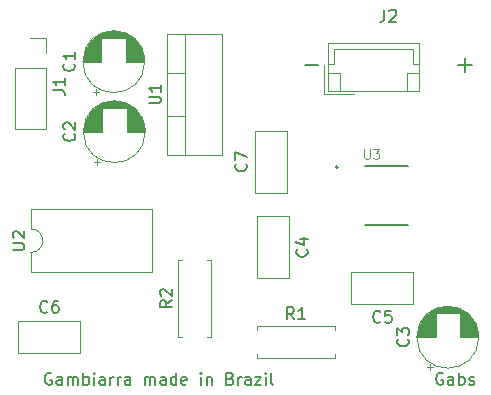
<source format=gbr>
%TF.GenerationSoftware,KiCad,Pcbnew,(5.1.9)-1*%
%TF.CreationDate,2021-03-20T21:05:46-03:00*%
%TF.ProjectId,boto_arm,626f746f-5f61-4726-9d2e-6b696361645f,rev?*%
%TF.SameCoordinates,Original*%
%TF.FileFunction,Legend,Top*%
%TF.FilePolarity,Positive*%
%FSLAX46Y46*%
G04 Gerber Fmt 4.6, Leading zero omitted, Abs format (unit mm)*
G04 Created by KiCad (PCBNEW (5.1.9)-1) date 2021-03-20 21:05:46*
%MOMM*%
%LPD*%
G01*
G04 APERTURE LIST*
%ADD10C,0.150000*%
%ADD11C,0.120000*%
%ADD12C,0.200000*%
%ADD13C,0.127000*%
%ADD14C,0.015000*%
G04 APERTURE END LIST*
D10*
X100102380Y-97050000D02*
X100007142Y-97002380D01*
X99864285Y-97002380D01*
X99721428Y-97050000D01*
X99626190Y-97145238D01*
X99578571Y-97240476D01*
X99530952Y-97430952D01*
X99530952Y-97573809D01*
X99578571Y-97764285D01*
X99626190Y-97859523D01*
X99721428Y-97954761D01*
X99864285Y-98002380D01*
X99959523Y-98002380D01*
X100102380Y-97954761D01*
X100150000Y-97907142D01*
X100150000Y-97573809D01*
X99959523Y-97573809D01*
X101007142Y-98002380D02*
X101007142Y-97478571D01*
X100959523Y-97383333D01*
X100864285Y-97335714D01*
X100673809Y-97335714D01*
X100578571Y-97383333D01*
X101007142Y-97954761D02*
X100911904Y-98002380D01*
X100673809Y-98002380D01*
X100578571Y-97954761D01*
X100530952Y-97859523D01*
X100530952Y-97764285D01*
X100578571Y-97669047D01*
X100673809Y-97621428D01*
X100911904Y-97621428D01*
X101007142Y-97573809D01*
X101483333Y-98002380D02*
X101483333Y-97002380D01*
X101483333Y-97383333D02*
X101578571Y-97335714D01*
X101769047Y-97335714D01*
X101864285Y-97383333D01*
X101911904Y-97430952D01*
X101959523Y-97526190D01*
X101959523Y-97811904D01*
X101911904Y-97907142D01*
X101864285Y-97954761D01*
X101769047Y-98002380D01*
X101578571Y-98002380D01*
X101483333Y-97954761D01*
X102340476Y-97954761D02*
X102435714Y-98002380D01*
X102626190Y-98002380D01*
X102721428Y-97954761D01*
X102769047Y-97859523D01*
X102769047Y-97811904D01*
X102721428Y-97716666D01*
X102626190Y-97669047D01*
X102483333Y-97669047D01*
X102388095Y-97621428D01*
X102340476Y-97526190D01*
X102340476Y-97478571D01*
X102388095Y-97383333D01*
X102483333Y-97335714D01*
X102626190Y-97335714D01*
X102721428Y-97383333D01*
X66968571Y-97050000D02*
X66873333Y-97002380D01*
X66730476Y-97002380D01*
X66587619Y-97050000D01*
X66492380Y-97145238D01*
X66444761Y-97240476D01*
X66397142Y-97430952D01*
X66397142Y-97573809D01*
X66444761Y-97764285D01*
X66492380Y-97859523D01*
X66587619Y-97954761D01*
X66730476Y-98002380D01*
X66825714Y-98002380D01*
X66968571Y-97954761D01*
X67016190Y-97907142D01*
X67016190Y-97573809D01*
X66825714Y-97573809D01*
X67873333Y-98002380D02*
X67873333Y-97478571D01*
X67825714Y-97383333D01*
X67730476Y-97335714D01*
X67540000Y-97335714D01*
X67444761Y-97383333D01*
X67873333Y-97954761D02*
X67778095Y-98002380D01*
X67540000Y-98002380D01*
X67444761Y-97954761D01*
X67397142Y-97859523D01*
X67397142Y-97764285D01*
X67444761Y-97669047D01*
X67540000Y-97621428D01*
X67778095Y-97621428D01*
X67873333Y-97573809D01*
X68349523Y-98002380D02*
X68349523Y-97335714D01*
X68349523Y-97430952D02*
X68397142Y-97383333D01*
X68492380Y-97335714D01*
X68635238Y-97335714D01*
X68730476Y-97383333D01*
X68778095Y-97478571D01*
X68778095Y-98002380D01*
X68778095Y-97478571D02*
X68825714Y-97383333D01*
X68920952Y-97335714D01*
X69063809Y-97335714D01*
X69159047Y-97383333D01*
X69206666Y-97478571D01*
X69206666Y-98002380D01*
X69682857Y-98002380D02*
X69682857Y-97002380D01*
X69682857Y-97383333D02*
X69778095Y-97335714D01*
X69968571Y-97335714D01*
X70063809Y-97383333D01*
X70111428Y-97430952D01*
X70159047Y-97526190D01*
X70159047Y-97811904D01*
X70111428Y-97907142D01*
X70063809Y-97954761D01*
X69968571Y-98002380D01*
X69778095Y-98002380D01*
X69682857Y-97954761D01*
X70587619Y-98002380D02*
X70587619Y-97335714D01*
X70587619Y-97002380D02*
X70540000Y-97050000D01*
X70587619Y-97097619D01*
X70635238Y-97050000D01*
X70587619Y-97002380D01*
X70587619Y-97097619D01*
X71492380Y-98002380D02*
X71492380Y-97478571D01*
X71444761Y-97383333D01*
X71349523Y-97335714D01*
X71159047Y-97335714D01*
X71063809Y-97383333D01*
X71492380Y-97954761D02*
X71397142Y-98002380D01*
X71159047Y-98002380D01*
X71063809Y-97954761D01*
X71016190Y-97859523D01*
X71016190Y-97764285D01*
X71063809Y-97669047D01*
X71159047Y-97621428D01*
X71397142Y-97621428D01*
X71492380Y-97573809D01*
X71968571Y-98002380D02*
X71968571Y-97335714D01*
X71968571Y-97526190D02*
X72016190Y-97430952D01*
X72063809Y-97383333D01*
X72159047Y-97335714D01*
X72254285Y-97335714D01*
X72587619Y-98002380D02*
X72587619Y-97335714D01*
X72587619Y-97526190D02*
X72635238Y-97430952D01*
X72682857Y-97383333D01*
X72778095Y-97335714D01*
X72873333Y-97335714D01*
X73635238Y-98002380D02*
X73635238Y-97478571D01*
X73587619Y-97383333D01*
X73492380Y-97335714D01*
X73301904Y-97335714D01*
X73206666Y-97383333D01*
X73635238Y-97954761D02*
X73540000Y-98002380D01*
X73301904Y-98002380D01*
X73206666Y-97954761D01*
X73159047Y-97859523D01*
X73159047Y-97764285D01*
X73206666Y-97669047D01*
X73301904Y-97621428D01*
X73540000Y-97621428D01*
X73635238Y-97573809D01*
X74873333Y-98002380D02*
X74873333Y-97335714D01*
X74873333Y-97430952D02*
X74920952Y-97383333D01*
X75016190Y-97335714D01*
X75159047Y-97335714D01*
X75254285Y-97383333D01*
X75301904Y-97478571D01*
X75301904Y-98002380D01*
X75301904Y-97478571D02*
X75349523Y-97383333D01*
X75444761Y-97335714D01*
X75587619Y-97335714D01*
X75682857Y-97383333D01*
X75730476Y-97478571D01*
X75730476Y-98002380D01*
X76635238Y-98002380D02*
X76635238Y-97478571D01*
X76587619Y-97383333D01*
X76492380Y-97335714D01*
X76301904Y-97335714D01*
X76206666Y-97383333D01*
X76635238Y-97954761D02*
X76540000Y-98002380D01*
X76301904Y-98002380D01*
X76206666Y-97954761D01*
X76159047Y-97859523D01*
X76159047Y-97764285D01*
X76206666Y-97669047D01*
X76301904Y-97621428D01*
X76540000Y-97621428D01*
X76635238Y-97573809D01*
X77540000Y-98002380D02*
X77540000Y-97002380D01*
X77540000Y-97954761D02*
X77444761Y-98002380D01*
X77254285Y-98002380D01*
X77159047Y-97954761D01*
X77111428Y-97907142D01*
X77063809Y-97811904D01*
X77063809Y-97526190D01*
X77111428Y-97430952D01*
X77159047Y-97383333D01*
X77254285Y-97335714D01*
X77444761Y-97335714D01*
X77540000Y-97383333D01*
X78397142Y-97954761D02*
X78301904Y-98002380D01*
X78111428Y-98002380D01*
X78016190Y-97954761D01*
X77968571Y-97859523D01*
X77968571Y-97478571D01*
X78016190Y-97383333D01*
X78111428Y-97335714D01*
X78301904Y-97335714D01*
X78397142Y-97383333D01*
X78444761Y-97478571D01*
X78444761Y-97573809D01*
X77968571Y-97669047D01*
X79635238Y-98002380D02*
X79635238Y-97335714D01*
X79635238Y-97002380D02*
X79587619Y-97050000D01*
X79635238Y-97097619D01*
X79682857Y-97050000D01*
X79635238Y-97002380D01*
X79635238Y-97097619D01*
X80111428Y-97335714D02*
X80111428Y-98002380D01*
X80111428Y-97430952D02*
X80159047Y-97383333D01*
X80254285Y-97335714D01*
X80397142Y-97335714D01*
X80492380Y-97383333D01*
X80540000Y-97478571D01*
X80540000Y-98002380D01*
X82111428Y-97478571D02*
X82254285Y-97526190D01*
X82301904Y-97573809D01*
X82349523Y-97669047D01*
X82349523Y-97811904D01*
X82301904Y-97907142D01*
X82254285Y-97954761D01*
X82159047Y-98002380D01*
X81778095Y-98002380D01*
X81778095Y-97002380D01*
X82111428Y-97002380D01*
X82206666Y-97050000D01*
X82254285Y-97097619D01*
X82301904Y-97192857D01*
X82301904Y-97288095D01*
X82254285Y-97383333D01*
X82206666Y-97430952D01*
X82111428Y-97478571D01*
X81778095Y-97478571D01*
X82778095Y-98002380D02*
X82778095Y-97335714D01*
X82778095Y-97526190D02*
X82825714Y-97430952D01*
X82873333Y-97383333D01*
X82968571Y-97335714D01*
X83063809Y-97335714D01*
X83825714Y-98002380D02*
X83825714Y-97478571D01*
X83778095Y-97383333D01*
X83682857Y-97335714D01*
X83492380Y-97335714D01*
X83397142Y-97383333D01*
X83825714Y-97954761D02*
X83730476Y-98002380D01*
X83492380Y-98002380D01*
X83397142Y-97954761D01*
X83349523Y-97859523D01*
X83349523Y-97764285D01*
X83397142Y-97669047D01*
X83492380Y-97621428D01*
X83730476Y-97621428D01*
X83825714Y-97573809D01*
X84206666Y-97335714D02*
X84730476Y-97335714D01*
X84206666Y-98002380D01*
X84730476Y-98002380D01*
X85111428Y-98002380D02*
X85111428Y-97335714D01*
X85111428Y-97002380D02*
X85063809Y-97050000D01*
X85111428Y-97097619D01*
X85159047Y-97050000D01*
X85111428Y-97002380D01*
X85111428Y-97097619D01*
X85730476Y-98002380D02*
X85635238Y-97954761D01*
X85587619Y-97859523D01*
X85587619Y-97002380D01*
D11*
%TO.C,J2*%
X90380000Y-69110000D02*
X90380000Y-73130000D01*
X90380000Y-73130000D02*
X98100000Y-73130000D01*
X98100000Y-73130000D02*
X98100000Y-69110000D01*
X98100000Y-69110000D02*
X90380000Y-69110000D01*
X90380000Y-70820000D02*
X90880000Y-70820000D01*
X90880000Y-70820000D02*
X90880000Y-69610000D01*
X90880000Y-69610000D02*
X97600000Y-69610000D01*
X97600000Y-69610000D02*
X97600000Y-70820000D01*
X97600000Y-70820000D02*
X98100000Y-70820000D01*
X90380000Y-71630000D02*
X91380000Y-71630000D01*
X91380000Y-71630000D02*
X91380000Y-73130000D01*
X98100000Y-71630000D02*
X97100000Y-71630000D01*
X97100000Y-71630000D02*
X97100000Y-73130000D01*
X90080000Y-70930000D02*
X90080000Y-73430000D01*
X90080000Y-73430000D02*
X92580000Y-73430000D01*
%TO.C,C1*%
X74870000Y-70650000D02*
G75*
G03*
X74870000Y-70650000I-2620000J0D01*
G01*
X73290000Y-70650000D02*
X74830000Y-70650000D01*
X69670000Y-70650000D02*
X71210000Y-70650000D01*
X73290000Y-70610000D02*
X74830000Y-70610000D01*
X69670000Y-70610000D02*
X71210000Y-70610000D01*
X69671000Y-70570000D02*
X71210000Y-70570000D01*
X73290000Y-70570000D02*
X74829000Y-70570000D01*
X69672000Y-70530000D02*
X71210000Y-70530000D01*
X73290000Y-70530000D02*
X74828000Y-70530000D01*
X69674000Y-70490000D02*
X71210000Y-70490000D01*
X73290000Y-70490000D02*
X74826000Y-70490000D01*
X69677000Y-70450000D02*
X71210000Y-70450000D01*
X73290000Y-70450000D02*
X74823000Y-70450000D01*
X69681000Y-70410000D02*
X71210000Y-70410000D01*
X73290000Y-70410000D02*
X74819000Y-70410000D01*
X69685000Y-70370000D02*
X71210000Y-70370000D01*
X73290000Y-70370000D02*
X74815000Y-70370000D01*
X69689000Y-70330000D02*
X71210000Y-70330000D01*
X73290000Y-70330000D02*
X74811000Y-70330000D01*
X69694000Y-70290000D02*
X71210000Y-70290000D01*
X73290000Y-70290000D02*
X74806000Y-70290000D01*
X69700000Y-70250000D02*
X71210000Y-70250000D01*
X73290000Y-70250000D02*
X74800000Y-70250000D01*
X69707000Y-70210000D02*
X71210000Y-70210000D01*
X73290000Y-70210000D02*
X74793000Y-70210000D01*
X69714000Y-70170000D02*
X71210000Y-70170000D01*
X73290000Y-70170000D02*
X74786000Y-70170000D01*
X69722000Y-70130000D02*
X71210000Y-70130000D01*
X73290000Y-70130000D02*
X74778000Y-70130000D01*
X69730000Y-70090000D02*
X71210000Y-70090000D01*
X73290000Y-70090000D02*
X74770000Y-70090000D01*
X69739000Y-70050000D02*
X71210000Y-70050000D01*
X73290000Y-70050000D02*
X74761000Y-70050000D01*
X69749000Y-70010000D02*
X71210000Y-70010000D01*
X73290000Y-70010000D02*
X74751000Y-70010000D01*
X69759000Y-69970000D02*
X71210000Y-69970000D01*
X73290000Y-69970000D02*
X74741000Y-69970000D01*
X69770000Y-69929000D02*
X71210000Y-69929000D01*
X73290000Y-69929000D02*
X74730000Y-69929000D01*
X69782000Y-69889000D02*
X71210000Y-69889000D01*
X73290000Y-69889000D02*
X74718000Y-69889000D01*
X69795000Y-69849000D02*
X71210000Y-69849000D01*
X73290000Y-69849000D02*
X74705000Y-69849000D01*
X69808000Y-69809000D02*
X71210000Y-69809000D01*
X73290000Y-69809000D02*
X74692000Y-69809000D01*
X69822000Y-69769000D02*
X71210000Y-69769000D01*
X73290000Y-69769000D02*
X74678000Y-69769000D01*
X69836000Y-69729000D02*
X71210000Y-69729000D01*
X73290000Y-69729000D02*
X74664000Y-69729000D01*
X69852000Y-69689000D02*
X71210000Y-69689000D01*
X73290000Y-69689000D02*
X74648000Y-69689000D01*
X69868000Y-69649000D02*
X71210000Y-69649000D01*
X73290000Y-69649000D02*
X74632000Y-69649000D01*
X69885000Y-69609000D02*
X71210000Y-69609000D01*
X73290000Y-69609000D02*
X74615000Y-69609000D01*
X69902000Y-69569000D02*
X71210000Y-69569000D01*
X73290000Y-69569000D02*
X74598000Y-69569000D01*
X69921000Y-69529000D02*
X71210000Y-69529000D01*
X73290000Y-69529000D02*
X74579000Y-69529000D01*
X69940000Y-69489000D02*
X71210000Y-69489000D01*
X73290000Y-69489000D02*
X74560000Y-69489000D01*
X69960000Y-69449000D02*
X71210000Y-69449000D01*
X73290000Y-69449000D02*
X74540000Y-69449000D01*
X69982000Y-69409000D02*
X71210000Y-69409000D01*
X73290000Y-69409000D02*
X74518000Y-69409000D01*
X70003000Y-69369000D02*
X71210000Y-69369000D01*
X73290000Y-69369000D02*
X74497000Y-69369000D01*
X70026000Y-69329000D02*
X71210000Y-69329000D01*
X73290000Y-69329000D02*
X74474000Y-69329000D01*
X70050000Y-69289000D02*
X71210000Y-69289000D01*
X73290000Y-69289000D02*
X74450000Y-69289000D01*
X70075000Y-69249000D02*
X71210000Y-69249000D01*
X73290000Y-69249000D02*
X74425000Y-69249000D01*
X70101000Y-69209000D02*
X71210000Y-69209000D01*
X73290000Y-69209000D02*
X74399000Y-69209000D01*
X70128000Y-69169000D02*
X71210000Y-69169000D01*
X73290000Y-69169000D02*
X74372000Y-69169000D01*
X70155000Y-69129000D02*
X71210000Y-69129000D01*
X73290000Y-69129000D02*
X74345000Y-69129000D01*
X70185000Y-69089000D02*
X71210000Y-69089000D01*
X73290000Y-69089000D02*
X74315000Y-69089000D01*
X70215000Y-69049000D02*
X71210000Y-69049000D01*
X73290000Y-69049000D02*
X74285000Y-69049000D01*
X70246000Y-69009000D02*
X71210000Y-69009000D01*
X73290000Y-69009000D02*
X74254000Y-69009000D01*
X70279000Y-68969000D02*
X71210000Y-68969000D01*
X73290000Y-68969000D02*
X74221000Y-68969000D01*
X70313000Y-68929000D02*
X71210000Y-68929000D01*
X73290000Y-68929000D02*
X74187000Y-68929000D01*
X70349000Y-68889000D02*
X71210000Y-68889000D01*
X73290000Y-68889000D02*
X74151000Y-68889000D01*
X70386000Y-68849000D02*
X71210000Y-68849000D01*
X73290000Y-68849000D02*
X74114000Y-68849000D01*
X70424000Y-68809000D02*
X71210000Y-68809000D01*
X73290000Y-68809000D02*
X74076000Y-68809000D01*
X70465000Y-68769000D02*
X71210000Y-68769000D01*
X73290000Y-68769000D02*
X74035000Y-68769000D01*
X70507000Y-68729000D02*
X71210000Y-68729000D01*
X73290000Y-68729000D02*
X73993000Y-68729000D01*
X70551000Y-68689000D02*
X71210000Y-68689000D01*
X73290000Y-68689000D02*
X73949000Y-68689000D01*
X70597000Y-68649000D02*
X71210000Y-68649000D01*
X73290000Y-68649000D02*
X73903000Y-68649000D01*
X70645000Y-68609000D02*
X73855000Y-68609000D01*
X70696000Y-68569000D02*
X73804000Y-68569000D01*
X70750000Y-68529000D02*
X73750000Y-68529000D01*
X70807000Y-68489000D02*
X73693000Y-68489000D01*
X70867000Y-68449000D02*
X73633000Y-68449000D01*
X70931000Y-68409000D02*
X73569000Y-68409000D01*
X70999000Y-68369000D02*
X73501000Y-68369000D01*
X71072000Y-68329000D02*
X73428000Y-68329000D01*
X71152000Y-68289000D02*
X73348000Y-68289000D01*
X71239000Y-68249000D02*
X73261000Y-68249000D01*
X71335000Y-68209000D02*
X73165000Y-68209000D01*
X71445000Y-68169000D02*
X73055000Y-68169000D01*
X71573000Y-68129000D02*
X72927000Y-68129000D01*
X71732000Y-68089000D02*
X72768000Y-68089000D01*
X71966000Y-68049000D02*
X72534000Y-68049000D01*
X70775000Y-73454775D02*
X70775000Y-72954775D01*
X70525000Y-73204775D02*
X71025000Y-73204775D01*
%TO.C,C2*%
X70565000Y-79134775D02*
X71065000Y-79134775D01*
X70815000Y-79384775D02*
X70815000Y-78884775D01*
X72006000Y-73979000D02*
X72574000Y-73979000D01*
X71772000Y-74019000D02*
X72808000Y-74019000D01*
X71613000Y-74059000D02*
X72967000Y-74059000D01*
X71485000Y-74099000D02*
X73095000Y-74099000D01*
X71375000Y-74139000D02*
X73205000Y-74139000D01*
X71279000Y-74179000D02*
X73301000Y-74179000D01*
X71192000Y-74219000D02*
X73388000Y-74219000D01*
X71112000Y-74259000D02*
X73468000Y-74259000D01*
X71039000Y-74299000D02*
X73541000Y-74299000D01*
X70971000Y-74339000D02*
X73609000Y-74339000D01*
X70907000Y-74379000D02*
X73673000Y-74379000D01*
X70847000Y-74419000D02*
X73733000Y-74419000D01*
X70790000Y-74459000D02*
X73790000Y-74459000D01*
X70736000Y-74499000D02*
X73844000Y-74499000D01*
X70685000Y-74539000D02*
X73895000Y-74539000D01*
X73330000Y-74579000D02*
X73943000Y-74579000D01*
X70637000Y-74579000D02*
X71250000Y-74579000D01*
X73330000Y-74619000D02*
X73989000Y-74619000D01*
X70591000Y-74619000D02*
X71250000Y-74619000D01*
X73330000Y-74659000D02*
X74033000Y-74659000D01*
X70547000Y-74659000D02*
X71250000Y-74659000D01*
X73330000Y-74699000D02*
X74075000Y-74699000D01*
X70505000Y-74699000D02*
X71250000Y-74699000D01*
X73330000Y-74739000D02*
X74116000Y-74739000D01*
X70464000Y-74739000D02*
X71250000Y-74739000D01*
X73330000Y-74779000D02*
X74154000Y-74779000D01*
X70426000Y-74779000D02*
X71250000Y-74779000D01*
X73330000Y-74819000D02*
X74191000Y-74819000D01*
X70389000Y-74819000D02*
X71250000Y-74819000D01*
X73330000Y-74859000D02*
X74227000Y-74859000D01*
X70353000Y-74859000D02*
X71250000Y-74859000D01*
X73330000Y-74899000D02*
X74261000Y-74899000D01*
X70319000Y-74899000D02*
X71250000Y-74899000D01*
X73330000Y-74939000D02*
X74294000Y-74939000D01*
X70286000Y-74939000D02*
X71250000Y-74939000D01*
X73330000Y-74979000D02*
X74325000Y-74979000D01*
X70255000Y-74979000D02*
X71250000Y-74979000D01*
X73330000Y-75019000D02*
X74355000Y-75019000D01*
X70225000Y-75019000D02*
X71250000Y-75019000D01*
X73330000Y-75059000D02*
X74385000Y-75059000D01*
X70195000Y-75059000D02*
X71250000Y-75059000D01*
X73330000Y-75099000D02*
X74412000Y-75099000D01*
X70168000Y-75099000D02*
X71250000Y-75099000D01*
X73330000Y-75139000D02*
X74439000Y-75139000D01*
X70141000Y-75139000D02*
X71250000Y-75139000D01*
X73330000Y-75179000D02*
X74465000Y-75179000D01*
X70115000Y-75179000D02*
X71250000Y-75179000D01*
X73330000Y-75219000D02*
X74490000Y-75219000D01*
X70090000Y-75219000D02*
X71250000Y-75219000D01*
X73330000Y-75259000D02*
X74514000Y-75259000D01*
X70066000Y-75259000D02*
X71250000Y-75259000D01*
X73330000Y-75299000D02*
X74537000Y-75299000D01*
X70043000Y-75299000D02*
X71250000Y-75299000D01*
X73330000Y-75339000D02*
X74558000Y-75339000D01*
X70022000Y-75339000D02*
X71250000Y-75339000D01*
X73330000Y-75379000D02*
X74580000Y-75379000D01*
X70000000Y-75379000D02*
X71250000Y-75379000D01*
X73330000Y-75419000D02*
X74600000Y-75419000D01*
X69980000Y-75419000D02*
X71250000Y-75419000D01*
X73330000Y-75459000D02*
X74619000Y-75459000D01*
X69961000Y-75459000D02*
X71250000Y-75459000D01*
X73330000Y-75499000D02*
X74638000Y-75499000D01*
X69942000Y-75499000D02*
X71250000Y-75499000D01*
X73330000Y-75539000D02*
X74655000Y-75539000D01*
X69925000Y-75539000D02*
X71250000Y-75539000D01*
X73330000Y-75579000D02*
X74672000Y-75579000D01*
X69908000Y-75579000D02*
X71250000Y-75579000D01*
X73330000Y-75619000D02*
X74688000Y-75619000D01*
X69892000Y-75619000D02*
X71250000Y-75619000D01*
X73330000Y-75659000D02*
X74704000Y-75659000D01*
X69876000Y-75659000D02*
X71250000Y-75659000D01*
X73330000Y-75699000D02*
X74718000Y-75699000D01*
X69862000Y-75699000D02*
X71250000Y-75699000D01*
X73330000Y-75739000D02*
X74732000Y-75739000D01*
X69848000Y-75739000D02*
X71250000Y-75739000D01*
X73330000Y-75779000D02*
X74745000Y-75779000D01*
X69835000Y-75779000D02*
X71250000Y-75779000D01*
X73330000Y-75819000D02*
X74758000Y-75819000D01*
X69822000Y-75819000D02*
X71250000Y-75819000D01*
X73330000Y-75859000D02*
X74770000Y-75859000D01*
X69810000Y-75859000D02*
X71250000Y-75859000D01*
X73330000Y-75900000D02*
X74781000Y-75900000D01*
X69799000Y-75900000D02*
X71250000Y-75900000D01*
X73330000Y-75940000D02*
X74791000Y-75940000D01*
X69789000Y-75940000D02*
X71250000Y-75940000D01*
X73330000Y-75980000D02*
X74801000Y-75980000D01*
X69779000Y-75980000D02*
X71250000Y-75980000D01*
X73330000Y-76020000D02*
X74810000Y-76020000D01*
X69770000Y-76020000D02*
X71250000Y-76020000D01*
X73330000Y-76060000D02*
X74818000Y-76060000D01*
X69762000Y-76060000D02*
X71250000Y-76060000D01*
X73330000Y-76100000D02*
X74826000Y-76100000D01*
X69754000Y-76100000D02*
X71250000Y-76100000D01*
X73330000Y-76140000D02*
X74833000Y-76140000D01*
X69747000Y-76140000D02*
X71250000Y-76140000D01*
X73330000Y-76180000D02*
X74840000Y-76180000D01*
X69740000Y-76180000D02*
X71250000Y-76180000D01*
X73330000Y-76220000D02*
X74846000Y-76220000D01*
X69734000Y-76220000D02*
X71250000Y-76220000D01*
X73330000Y-76260000D02*
X74851000Y-76260000D01*
X69729000Y-76260000D02*
X71250000Y-76260000D01*
X73330000Y-76300000D02*
X74855000Y-76300000D01*
X69725000Y-76300000D02*
X71250000Y-76300000D01*
X73330000Y-76340000D02*
X74859000Y-76340000D01*
X69721000Y-76340000D02*
X71250000Y-76340000D01*
X73330000Y-76380000D02*
X74863000Y-76380000D01*
X69717000Y-76380000D02*
X71250000Y-76380000D01*
X73330000Y-76420000D02*
X74866000Y-76420000D01*
X69714000Y-76420000D02*
X71250000Y-76420000D01*
X73330000Y-76460000D02*
X74868000Y-76460000D01*
X69712000Y-76460000D02*
X71250000Y-76460000D01*
X73330000Y-76500000D02*
X74869000Y-76500000D01*
X69711000Y-76500000D02*
X71250000Y-76500000D01*
X69710000Y-76540000D02*
X71250000Y-76540000D01*
X73330000Y-76540000D02*
X74870000Y-76540000D01*
X69710000Y-76580000D02*
X71250000Y-76580000D01*
X73330000Y-76580000D02*
X74870000Y-76580000D01*
X74910000Y-76580000D02*
G75*
G03*
X74910000Y-76580000I-2620000J0D01*
G01*
%TO.C,C3*%
X103150000Y-93980000D02*
G75*
G03*
X103150000Y-93980000I-2620000J0D01*
G01*
X101570000Y-93980000D02*
X103110000Y-93980000D01*
X97950000Y-93980000D02*
X99490000Y-93980000D01*
X101570000Y-93940000D02*
X103110000Y-93940000D01*
X97950000Y-93940000D02*
X99490000Y-93940000D01*
X97951000Y-93900000D02*
X99490000Y-93900000D01*
X101570000Y-93900000D02*
X103109000Y-93900000D01*
X97952000Y-93860000D02*
X99490000Y-93860000D01*
X101570000Y-93860000D02*
X103108000Y-93860000D01*
X97954000Y-93820000D02*
X99490000Y-93820000D01*
X101570000Y-93820000D02*
X103106000Y-93820000D01*
X97957000Y-93780000D02*
X99490000Y-93780000D01*
X101570000Y-93780000D02*
X103103000Y-93780000D01*
X97961000Y-93740000D02*
X99490000Y-93740000D01*
X101570000Y-93740000D02*
X103099000Y-93740000D01*
X97965000Y-93700000D02*
X99490000Y-93700000D01*
X101570000Y-93700000D02*
X103095000Y-93700000D01*
X97969000Y-93660000D02*
X99490000Y-93660000D01*
X101570000Y-93660000D02*
X103091000Y-93660000D01*
X97974000Y-93620000D02*
X99490000Y-93620000D01*
X101570000Y-93620000D02*
X103086000Y-93620000D01*
X97980000Y-93580000D02*
X99490000Y-93580000D01*
X101570000Y-93580000D02*
X103080000Y-93580000D01*
X97987000Y-93540000D02*
X99490000Y-93540000D01*
X101570000Y-93540000D02*
X103073000Y-93540000D01*
X97994000Y-93500000D02*
X99490000Y-93500000D01*
X101570000Y-93500000D02*
X103066000Y-93500000D01*
X98002000Y-93460000D02*
X99490000Y-93460000D01*
X101570000Y-93460000D02*
X103058000Y-93460000D01*
X98010000Y-93420000D02*
X99490000Y-93420000D01*
X101570000Y-93420000D02*
X103050000Y-93420000D01*
X98019000Y-93380000D02*
X99490000Y-93380000D01*
X101570000Y-93380000D02*
X103041000Y-93380000D01*
X98029000Y-93340000D02*
X99490000Y-93340000D01*
X101570000Y-93340000D02*
X103031000Y-93340000D01*
X98039000Y-93300000D02*
X99490000Y-93300000D01*
X101570000Y-93300000D02*
X103021000Y-93300000D01*
X98050000Y-93259000D02*
X99490000Y-93259000D01*
X101570000Y-93259000D02*
X103010000Y-93259000D01*
X98062000Y-93219000D02*
X99490000Y-93219000D01*
X101570000Y-93219000D02*
X102998000Y-93219000D01*
X98075000Y-93179000D02*
X99490000Y-93179000D01*
X101570000Y-93179000D02*
X102985000Y-93179000D01*
X98088000Y-93139000D02*
X99490000Y-93139000D01*
X101570000Y-93139000D02*
X102972000Y-93139000D01*
X98102000Y-93099000D02*
X99490000Y-93099000D01*
X101570000Y-93099000D02*
X102958000Y-93099000D01*
X98116000Y-93059000D02*
X99490000Y-93059000D01*
X101570000Y-93059000D02*
X102944000Y-93059000D01*
X98132000Y-93019000D02*
X99490000Y-93019000D01*
X101570000Y-93019000D02*
X102928000Y-93019000D01*
X98148000Y-92979000D02*
X99490000Y-92979000D01*
X101570000Y-92979000D02*
X102912000Y-92979000D01*
X98165000Y-92939000D02*
X99490000Y-92939000D01*
X101570000Y-92939000D02*
X102895000Y-92939000D01*
X98182000Y-92899000D02*
X99490000Y-92899000D01*
X101570000Y-92899000D02*
X102878000Y-92899000D01*
X98201000Y-92859000D02*
X99490000Y-92859000D01*
X101570000Y-92859000D02*
X102859000Y-92859000D01*
X98220000Y-92819000D02*
X99490000Y-92819000D01*
X101570000Y-92819000D02*
X102840000Y-92819000D01*
X98240000Y-92779000D02*
X99490000Y-92779000D01*
X101570000Y-92779000D02*
X102820000Y-92779000D01*
X98262000Y-92739000D02*
X99490000Y-92739000D01*
X101570000Y-92739000D02*
X102798000Y-92739000D01*
X98283000Y-92699000D02*
X99490000Y-92699000D01*
X101570000Y-92699000D02*
X102777000Y-92699000D01*
X98306000Y-92659000D02*
X99490000Y-92659000D01*
X101570000Y-92659000D02*
X102754000Y-92659000D01*
X98330000Y-92619000D02*
X99490000Y-92619000D01*
X101570000Y-92619000D02*
X102730000Y-92619000D01*
X98355000Y-92579000D02*
X99490000Y-92579000D01*
X101570000Y-92579000D02*
X102705000Y-92579000D01*
X98381000Y-92539000D02*
X99490000Y-92539000D01*
X101570000Y-92539000D02*
X102679000Y-92539000D01*
X98408000Y-92499000D02*
X99490000Y-92499000D01*
X101570000Y-92499000D02*
X102652000Y-92499000D01*
X98435000Y-92459000D02*
X99490000Y-92459000D01*
X101570000Y-92459000D02*
X102625000Y-92459000D01*
X98465000Y-92419000D02*
X99490000Y-92419000D01*
X101570000Y-92419000D02*
X102595000Y-92419000D01*
X98495000Y-92379000D02*
X99490000Y-92379000D01*
X101570000Y-92379000D02*
X102565000Y-92379000D01*
X98526000Y-92339000D02*
X99490000Y-92339000D01*
X101570000Y-92339000D02*
X102534000Y-92339000D01*
X98559000Y-92299000D02*
X99490000Y-92299000D01*
X101570000Y-92299000D02*
X102501000Y-92299000D01*
X98593000Y-92259000D02*
X99490000Y-92259000D01*
X101570000Y-92259000D02*
X102467000Y-92259000D01*
X98629000Y-92219000D02*
X99490000Y-92219000D01*
X101570000Y-92219000D02*
X102431000Y-92219000D01*
X98666000Y-92179000D02*
X99490000Y-92179000D01*
X101570000Y-92179000D02*
X102394000Y-92179000D01*
X98704000Y-92139000D02*
X99490000Y-92139000D01*
X101570000Y-92139000D02*
X102356000Y-92139000D01*
X98745000Y-92099000D02*
X99490000Y-92099000D01*
X101570000Y-92099000D02*
X102315000Y-92099000D01*
X98787000Y-92059000D02*
X99490000Y-92059000D01*
X101570000Y-92059000D02*
X102273000Y-92059000D01*
X98831000Y-92019000D02*
X99490000Y-92019000D01*
X101570000Y-92019000D02*
X102229000Y-92019000D01*
X98877000Y-91979000D02*
X99490000Y-91979000D01*
X101570000Y-91979000D02*
X102183000Y-91979000D01*
X98925000Y-91939000D02*
X102135000Y-91939000D01*
X98976000Y-91899000D02*
X102084000Y-91899000D01*
X99030000Y-91859000D02*
X102030000Y-91859000D01*
X99087000Y-91819000D02*
X101973000Y-91819000D01*
X99147000Y-91779000D02*
X101913000Y-91779000D01*
X99211000Y-91739000D02*
X101849000Y-91739000D01*
X99279000Y-91699000D02*
X101781000Y-91699000D01*
X99352000Y-91659000D02*
X101708000Y-91659000D01*
X99432000Y-91619000D02*
X101628000Y-91619000D01*
X99519000Y-91579000D02*
X101541000Y-91579000D01*
X99615000Y-91539000D02*
X101445000Y-91539000D01*
X99725000Y-91499000D02*
X101335000Y-91499000D01*
X99853000Y-91459000D02*
X101207000Y-91459000D01*
X100012000Y-91419000D02*
X101048000Y-91419000D01*
X100246000Y-91379000D02*
X100814000Y-91379000D01*
X99055000Y-96784775D02*
X99055000Y-96284775D01*
X98805000Y-96534775D02*
X99305000Y-96534775D01*
%TO.C,C4*%
X87100000Y-88990000D02*
X84360000Y-88990000D01*
X87100000Y-83750000D02*
X84360000Y-83750000D01*
X84360000Y-83750000D02*
X84360000Y-88990000D01*
X87100000Y-83750000D02*
X87100000Y-88990000D01*
%TO.C,C5*%
X97610000Y-91170000D02*
X92370000Y-91170000D01*
X97610000Y-88430000D02*
X92370000Y-88430000D01*
X97610000Y-91170000D02*
X97610000Y-88430000D01*
X92370000Y-91170000D02*
X92370000Y-88430000D01*
%TO.C,C6*%
X69420000Y-92580000D02*
X69420000Y-95320000D01*
X64180000Y-92580000D02*
X64180000Y-95320000D01*
X64180000Y-95320000D02*
X69420000Y-95320000D01*
X64180000Y-92580000D02*
X69420000Y-92580000D01*
%TO.C,C7*%
X84190000Y-81750000D02*
X84190000Y-76510000D01*
X86930000Y-81750000D02*
X86930000Y-76510000D01*
X84190000Y-81750000D02*
X86930000Y-81750000D01*
X84190000Y-76510000D02*
X86930000Y-76510000D01*
%TO.C,J1*%
X63850000Y-71230000D02*
X66510000Y-71230000D01*
X63850000Y-71230000D02*
X63850000Y-76370000D01*
X63850000Y-76370000D02*
X66510000Y-76370000D01*
X66510000Y-71230000D02*
X66510000Y-76370000D01*
X66510000Y-68630000D02*
X66510000Y-69960000D01*
X65180000Y-68630000D02*
X66510000Y-68630000D01*
%TO.C,R1*%
X84400000Y-93330000D02*
X84400000Y-93000000D01*
X84400000Y-93000000D02*
X90940000Y-93000000D01*
X90940000Y-93000000D02*
X90940000Y-93330000D01*
X84400000Y-95410000D02*
X84400000Y-95740000D01*
X84400000Y-95740000D02*
X90940000Y-95740000D01*
X90940000Y-95740000D02*
X90940000Y-95410000D01*
%TO.C,R2*%
X80450000Y-87420000D02*
X80120000Y-87420000D01*
X80450000Y-93960000D02*
X80450000Y-87420000D01*
X80120000Y-93960000D02*
X80450000Y-93960000D01*
X77710000Y-87420000D02*
X78040000Y-87420000D01*
X77710000Y-93960000D02*
X77710000Y-87420000D01*
X78040000Y-93960000D02*
X77710000Y-93960000D01*
%TO.C,U1*%
X76760000Y-78550000D02*
X76760000Y-68310000D01*
X81401000Y-78550000D02*
X81401000Y-68310000D01*
X76760000Y-78550000D02*
X81401000Y-78550000D01*
X76760000Y-68310000D02*
X81401000Y-68310000D01*
X78270000Y-78550000D02*
X78270000Y-68310000D01*
X76760000Y-75280000D02*
X78270000Y-75280000D01*
X76760000Y-71579000D02*
X78270000Y-71579000D01*
%TO.C,U2*%
X65230000Y-86810000D02*
X65230000Y-88460000D01*
X65230000Y-88460000D02*
X75510000Y-88460000D01*
X75510000Y-88460000D02*
X75510000Y-83160000D01*
X75510000Y-83160000D02*
X65230000Y-83160000D01*
X65230000Y-83160000D02*
X65230000Y-84810000D01*
X65230000Y-84810000D02*
G75*
G02*
X65230000Y-86810000I0J-1000000D01*
G01*
D12*
%TO.C,U3*%
X91240000Y-79590000D02*
G75*
G03*
X91240000Y-79590000I-100000J0D01*
G01*
D13*
X93510000Y-79490000D02*
X97170000Y-79490000D01*
X93510000Y-84490000D02*
X97170000Y-84490000D01*
%TO.C,J2*%
D10*
X95156666Y-66272380D02*
X95156666Y-66986666D01*
X95109047Y-67129523D01*
X95013809Y-67224761D01*
X94870952Y-67272380D01*
X94775714Y-67272380D01*
X95585238Y-66367619D02*
X95632857Y-66320000D01*
X95728095Y-66272380D01*
X95966190Y-66272380D01*
X96061428Y-66320000D01*
X96109047Y-66367619D01*
X96156666Y-66462857D01*
X96156666Y-66558095D01*
X96109047Y-66700952D01*
X95537619Y-67272380D01*
X96156666Y-67272380D01*
X88418571Y-70927142D02*
X89561428Y-70927142D01*
X101418571Y-70927142D02*
X102561428Y-70927142D01*
X101990000Y-71498571D02*
X101990000Y-70355714D01*
%TO.C,C1*%
X68857142Y-70816666D02*
X68904761Y-70864285D01*
X68952380Y-71007142D01*
X68952380Y-71102380D01*
X68904761Y-71245238D01*
X68809523Y-71340476D01*
X68714285Y-71388095D01*
X68523809Y-71435714D01*
X68380952Y-71435714D01*
X68190476Y-71388095D01*
X68095238Y-71340476D01*
X68000000Y-71245238D01*
X67952380Y-71102380D01*
X67952380Y-71007142D01*
X68000000Y-70864285D01*
X68047619Y-70816666D01*
X68952380Y-69864285D02*
X68952380Y-70435714D01*
X68952380Y-70150000D02*
X67952380Y-70150000D01*
X68095238Y-70245238D01*
X68190476Y-70340476D01*
X68238095Y-70435714D01*
%TO.C,C2*%
X68897142Y-76746666D02*
X68944761Y-76794285D01*
X68992380Y-76937142D01*
X68992380Y-77032380D01*
X68944761Y-77175238D01*
X68849523Y-77270476D01*
X68754285Y-77318095D01*
X68563809Y-77365714D01*
X68420952Y-77365714D01*
X68230476Y-77318095D01*
X68135238Y-77270476D01*
X68040000Y-77175238D01*
X67992380Y-77032380D01*
X67992380Y-76937142D01*
X68040000Y-76794285D01*
X68087619Y-76746666D01*
X68087619Y-76365714D02*
X68040000Y-76318095D01*
X67992380Y-76222857D01*
X67992380Y-75984761D01*
X68040000Y-75889523D01*
X68087619Y-75841904D01*
X68182857Y-75794285D01*
X68278095Y-75794285D01*
X68420952Y-75841904D01*
X68992380Y-76413333D01*
X68992380Y-75794285D01*
%TO.C,C3*%
X97137142Y-94146666D02*
X97184761Y-94194285D01*
X97232380Y-94337142D01*
X97232380Y-94432380D01*
X97184761Y-94575238D01*
X97089523Y-94670476D01*
X96994285Y-94718095D01*
X96803809Y-94765714D01*
X96660952Y-94765714D01*
X96470476Y-94718095D01*
X96375238Y-94670476D01*
X96280000Y-94575238D01*
X96232380Y-94432380D01*
X96232380Y-94337142D01*
X96280000Y-94194285D01*
X96327619Y-94146666D01*
X96232380Y-93813333D02*
X96232380Y-93194285D01*
X96613333Y-93527619D01*
X96613333Y-93384761D01*
X96660952Y-93289523D01*
X96708571Y-93241904D01*
X96803809Y-93194285D01*
X97041904Y-93194285D01*
X97137142Y-93241904D01*
X97184761Y-93289523D01*
X97232380Y-93384761D01*
X97232380Y-93670476D01*
X97184761Y-93765714D01*
X97137142Y-93813333D01*
%TO.C,C4*%
X88587142Y-86536666D02*
X88634761Y-86584285D01*
X88682380Y-86727142D01*
X88682380Y-86822380D01*
X88634761Y-86965238D01*
X88539523Y-87060476D01*
X88444285Y-87108095D01*
X88253809Y-87155714D01*
X88110952Y-87155714D01*
X87920476Y-87108095D01*
X87825238Y-87060476D01*
X87730000Y-86965238D01*
X87682380Y-86822380D01*
X87682380Y-86727142D01*
X87730000Y-86584285D01*
X87777619Y-86536666D01*
X88015714Y-85679523D02*
X88682380Y-85679523D01*
X87634761Y-85917619D02*
X88349047Y-86155714D01*
X88349047Y-85536666D01*
%TO.C,C5*%
X94823333Y-92657142D02*
X94775714Y-92704761D01*
X94632857Y-92752380D01*
X94537619Y-92752380D01*
X94394761Y-92704761D01*
X94299523Y-92609523D01*
X94251904Y-92514285D01*
X94204285Y-92323809D01*
X94204285Y-92180952D01*
X94251904Y-91990476D01*
X94299523Y-91895238D01*
X94394761Y-91800000D01*
X94537619Y-91752380D01*
X94632857Y-91752380D01*
X94775714Y-91800000D01*
X94823333Y-91847619D01*
X95728095Y-91752380D02*
X95251904Y-91752380D01*
X95204285Y-92228571D01*
X95251904Y-92180952D01*
X95347142Y-92133333D01*
X95585238Y-92133333D01*
X95680476Y-92180952D01*
X95728095Y-92228571D01*
X95775714Y-92323809D01*
X95775714Y-92561904D01*
X95728095Y-92657142D01*
X95680476Y-92704761D01*
X95585238Y-92752380D01*
X95347142Y-92752380D01*
X95251904Y-92704761D01*
X95204285Y-92657142D01*
%TO.C,C6*%
X66633333Y-91807142D02*
X66585714Y-91854761D01*
X66442857Y-91902380D01*
X66347619Y-91902380D01*
X66204761Y-91854761D01*
X66109523Y-91759523D01*
X66061904Y-91664285D01*
X66014285Y-91473809D01*
X66014285Y-91330952D01*
X66061904Y-91140476D01*
X66109523Y-91045238D01*
X66204761Y-90950000D01*
X66347619Y-90902380D01*
X66442857Y-90902380D01*
X66585714Y-90950000D01*
X66633333Y-90997619D01*
X67490476Y-90902380D02*
X67300000Y-90902380D01*
X67204761Y-90950000D01*
X67157142Y-90997619D01*
X67061904Y-91140476D01*
X67014285Y-91330952D01*
X67014285Y-91711904D01*
X67061904Y-91807142D01*
X67109523Y-91854761D01*
X67204761Y-91902380D01*
X67395238Y-91902380D01*
X67490476Y-91854761D01*
X67538095Y-91807142D01*
X67585714Y-91711904D01*
X67585714Y-91473809D01*
X67538095Y-91378571D01*
X67490476Y-91330952D01*
X67395238Y-91283333D01*
X67204761Y-91283333D01*
X67109523Y-91330952D01*
X67061904Y-91378571D01*
X67014285Y-91473809D01*
%TO.C,C7*%
X83417142Y-79296666D02*
X83464761Y-79344285D01*
X83512380Y-79487142D01*
X83512380Y-79582380D01*
X83464761Y-79725238D01*
X83369523Y-79820476D01*
X83274285Y-79868095D01*
X83083809Y-79915714D01*
X82940952Y-79915714D01*
X82750476Y-79868095D01*
X82655238Y-79820476D01*
X82560000Y-79725238D01*
X82512380Y-79582380D01*
X82512380Y-79487142D01*
X82560000Y-79344285D01*
X82607619Y-79296666D01*
X82512380Y-78963333D02*
X82512380Y-78296666D01*
X83512380Y-78725238D01*
%TO.C,J1*%
X67112380Y-73073333D02*
X67826666Y-73073333D01*
X67969523Y-73120952D01*
X68064761Y-73216190D01*
X68112380Y-73359047D01*
X68112380Y-73454285D01*
X68112380Y-72073333D02*
X68112380Y-72644761D01*
X68112380Y-72359047D02*
X67112380Y-72359047D01*
X67255238Y-72454285D01*
X67350476Y-72549523D01*
X67398095Y-72644761D01*
%TO.C,R1*%
X87503333Y-92452380D02*
X87170000Y-91976190D01*
X86931904Y-92452380D02*
X86931904Y-91452380D01*
X87312857Y-91452380D01*
X87408095Y-91500000D01*
X87455714Y-91547619D01*
X87503333Y-91642857D01*
X87503333Y-91785714D01*
X87455714Y-91880952D01*
X87408095Y-91928571D01*
X87312857Y-91976190D01*
X86931904Y-91976190D01*
X88455714Y-92452380D02*
X87884285Y-92452380D01*
X88170000Y-92452380D02*
X88170000Y-91452380D01*
X88074761Y-91595238D01*
X87979523Y-91690476D01*
X87884285Y-91738095D01*
%TO.C,R2*%
X77162380Y-90856666D02*
X76686190Y-91190000D01*
X77162380Y-91428095D02*
X76162380Y-91428095D01*
X76162380Y-91047142D01*
X76210000Y-90951904D01*
X76257619Y-90904285D01*
X76352857Y-90856666D01*
X76495714Y-90856666D01*
X76590952Y-90904285D01*
X76638571Y-90951904D01*
X76686190Y-91047142D01*
X76686190Y-91428095D01*
X76257619Y-90475714D02*
X76210000Y-90428095D01*
X76162380Y-90332857D01*
X76162380Y-90094761D01*
X76210000Y-89999523D01*
X76257619Y-89951904D01*
X76352857Y-89904285D01*
X76448095Y-89904285D01*
X76590952Y-89951904D01*
X77162380Y-90523333D01*
X77162380Y-89904285D01*
%TO.C,U1*%
X75212380Y-74191904D02*
X76021904Y-74191904D01*
X76117142Y-74144285D01*
X76164761Y-74096666D01*
X76212380Y-74001428D01*
X76212380Y-73810952D01*
X76164761Y-73715714D01*
X76117142Y-73668095D01*
X76021904Y-73620476D01*
X75212380Y-73620476D01*
X76212380Y-72620476D02*
X76212380Y-73191904D01*
X76212380Y-72906190D02*
X75212380Y-72906190D01*
X75355238Y-73001428D01*
X75450476Y-73096666D01*
X75498095Y-73191904D01*
%TO.C,U2*%
X63682380Y-86571904D02*
X64491904Y-86571904D01*
X64587142Y-86524285D01*
X64634761Y-86476666D01*
X64682380Y-86381428D01*
X64682380Y-86190952D01*
X64634761Y-86095714D01*
X64587142Y-86048095D01*
X64491904Y-86000476D01*
X63682380Y-86000476D01*
X63777619Y-85571904D02*
X63730000Y-85524285D01*
X63682380Y-85429047D01*
X63682380Y-85190952D01*
X63730000Y-85095714D01*
X63777619Y-85048095D01*
X63872857Y-85000476D01*
X63968095Y-85000476D01*
X64110952Y-85048095D01*
X64682380Y-85619523D01*
X64682380Y-85000476D01*
%TO.C,U3*%
D14*
X93450476Y-78066904D02*
X93450476Y-78714523D01*
X93488571Y-78790714D01*
X93526666Y-78828809D01*
X93602857Y-78866904D01*
X93755238Y-78866904D01*
X93831428Y-78828809D01*
X93869523Y-78790714D01*
X93907619Y-78714523D01*
X93907619Y-78066904D01*
X94212380Y-78066904D02*
X94707619Y-78066904D01*
X94440952Y-78371666D01*
X94555238Y-78371666D01*
X94631428Y-78409761D01*
X94669523Y-78447857D01*
X94707619Y-78524047D01*
X94707619Y-78714523D01*
X94669523Y-78790714D01*
X94631428Y-78828809D01*
X94555238Y-78866904D01*
X94326666Y-78866904D01*
X94250476Y-78828809D01*
X94212380Y-78790714D01*
%TD*%
M02*

</source>
